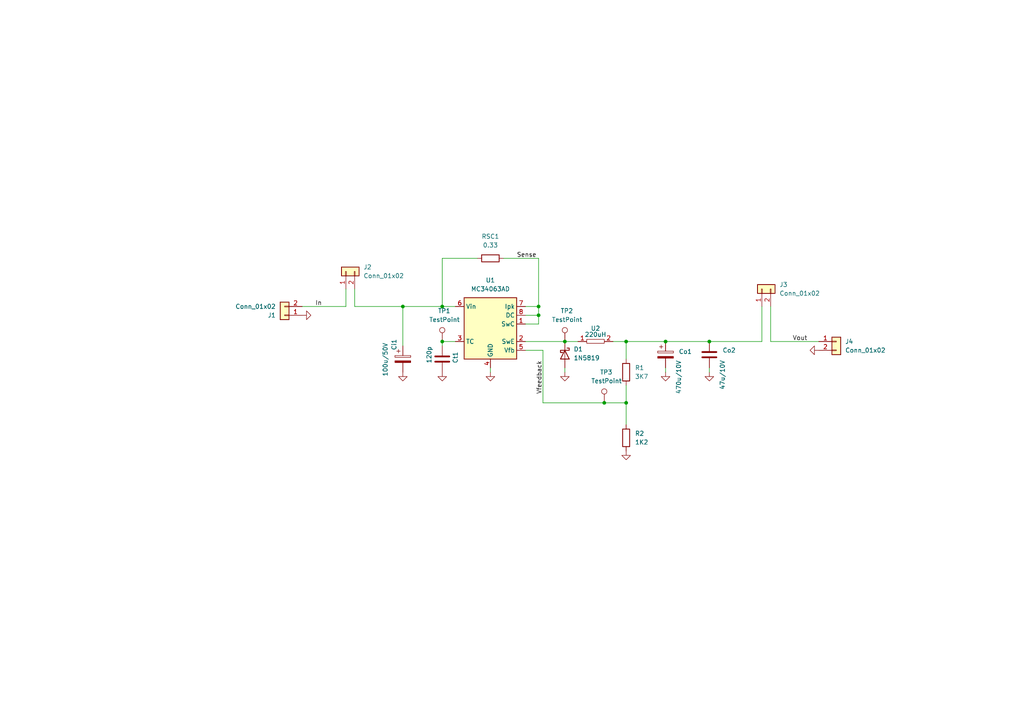
<source format=kicad_sch>
(kicad_sch (version 20211123) (generator eeschema)
  (paper "A4")
  (lib_symbols
    (symbol "Connector:TestPoint" (pin_numbers hide) (pin_names (offset 0.762) hide)
      (property "Reference" "TP" (at 0 6.858 0))
      (property "Value" "TestPoint" (at 0 5.08 0))
      (symbol "TestPoint_0_1"
        (circle (center 0 3.302) (radius 0.762))
      )
      (symbol "TestPoint_1_1"
        (pin passive line (at 0 0 90) (length 2.54) (name "1") (number "1"))
      )
    )
    (symbol "Connector_Generic:Conn_01x02" (pin_names (offset 1.016) hide)
      (property "Reference" "J" (at 0 2.54 0))
      (property "Value" "Conn_01x02" (at 0 -5.08 0))
      (symbol "Conn_01x02_1_1"
        (rectangle (start -1.27 -2.413) (end 0 -2.667) (stroke (width 0.1524)))
        (rectangle (start -1.27 0.127) (end 0 -0.127) (stroke (width 0.1524)))
        (rectangle (start -1.27 1.27) (end 1.27 -3.81) (stroke (width 0.254)) (fill (type background)))
        (pin passive line (at -5.08 0 0) (length 3.81) (name "Pin_1") (number "1"))
        (pin passive line (at -5.08 -2.54 0) (length 3.81) (name "Pin_2") (number "2"))
      )
    )
    (symbol "Device:C" (pin_numbers hide) (pin_names (offset 0.254))
      (property "Reference" "C" (at 0.635 2.54 0))
      (property "Value" "C" (at 0.635 -2.54 0))
      (symbol "C_0_1"
        (polyline (pts (xy -2.032 -0.762) (xy 2.032 -0.762)) (stroke (width 0.508)))
        (polyline (pts (xy -2.032 0.762) (xy 2.032 0.762)) (stroke (width 0.508)))
      )
      (symbol "C_1_1"
        (pin passive line (at 0 3.81 270) (length 2.794) (name "~") (number "1"))
        (pin passive line (at 0 -3.81 90) (length 2.794) (name "~") (number "2"))
      )
    )
    (symbol "Device:C_Polarized" (pin_numbers hide) (pin_names (offset 0.254))
      (property "Reference" "C" (at 0.635 2.54 0))
      (property "Value" "C_Polarized" (at 0.635 -2.54 0))
      (symbol "C_Polarized_0_1"
        (rectangle (start -2.286 0.508) (end 2.286 1.016))
        (polyline (pts (xy -1.778 2.286) (xy -0.762 2.286)))
        (polyline (pts (xy -1.27 2.794) (xy -1.27 1.778)))
        (rectangle (start 2.286 -0.508) (end -2.286 -1.016) (fill (type outline)))
      )
      (symbol "C_Polarized_1_1"
        (pin passive line (at 0 3.81 270) (length 2.794) (name "~") (number "1"))
        (pin passive line (at 0 -3.81 90) (length 2.794) (name "~") (number "2"))
      )
    )
    (symbol "Device:R" (pin_numbers hide) (pin_names (offset 0))
      (property "Reference" "R" (at 2.032 0 90))
      (property "Value" "R" (at 0 0 90))
      (symbol "R_0_1"
        (rectangle (start -1.016 -2.54) (end 1.016 2.54) (stroke (width 0.254)))
      )
      (symbol "R_1_1"
        (pin passive line (at 0 3.81 270) (length 1.27) (name "~") (number "1"))
        (pin passive line (at 0 -3.81 90) (length 1.27) (name "~") (number "2"))
      )
    )
    (symbol "Diode:1N5819" (pin_numbers hide) (pin_names (offset 1.016) hide)
      (property "Reference" "D" (at 0 2.54 0))
      (property "Value" "1N5819" (at 0 -2.54 0))
      (symbol "1N5819_0_1"
        (polyline (pts (xy 1.27 0) (xy -1.27 0)))
        (polyline (pts (xy 1.27 1.27) (xy 1.27 -1.27) (xy -1.27 0) (xy 1.27 1.27)) (stroke (width 0.254)))
        (polyline (pts (xy -1.905 0.635) (xy -1.905 1.27) (xy -1.27 1.27) (xy -1.27 -1.27) (xy -0.635 -1.27) (xy -0.635 -0.635)) (stroke (width 0.254)))
      )
      (symbol "1N5819_1_1"
        (pin passive line (at -3.81 0 0) (length 2.54) (name "K") (number "1"))
        (pin passive line (at 3.81 0 180) (length 2.54) (name "A") (number "2"))
      )
    )
    (symbol "Regulator_Switching:MC34063AD"
      (property "Reference" "U" (at -7.62 8.89 0))
      (property "Value" "MC34063AD" (at 0 8.89 0))
      (symbol "MC34063AD_0_1"
        (rectangle (start -7.62 7.62) (end 7.62 -10.16) (stroke (width 0.254)) (fill (type background)))
      )
      (symbol "MC34063AD_1_1"
        (pin open_collector line (at 10.16 0 180) (length 2.54) (name "SwC") (number "1"))
        (pin open_emitter line (at 10.16 -5.08 180) (length 2.54) (name "SwE") (number "2"))
        (pin passive line (at -10.16 -5.08 0) (length 2.54) (name "TC") (number "3"))
        (pin power_in line (at 0 -12.7 90) (length 2.54) (name "GND") (number "4"))
        (pin input line (at 10.16 -7.62 180) (length 2.54) (name "Vfb") (number "5"))
        (pin power_in line (at -10.16 5.08 0) (length 2.54) (name "Vin") (number "6"))
        (pin input line (at 10.16 5.08 180) (length 2.54) (name "Ipk") (number "7"))
        (pin open_collector line (at 10.16 2.54 180) (length 2.54) (name "DC") (number "8"))
      )
    )
    (symbol "mc34063-power-inductor:mc34063-power-inductor"
      (property "Reference" "U" (at 0 3.81 0))
      (symbol "mc34063-power-inductor_0_1"
        (rectangle (start -2.54 0.635) (end 2.54 -0.508))
      )
      (symbol "mc34063-power-inductor_1_1"
        (pin passive line (at -5.08 0 0) (length 2.54) (name "") (number "1"))
        (pin passive line (at 5.08 0 180) (length 2.54) (name "") (number "2"))
      )
    )
    (symbol "power:GND" (power) (pin_names (offset 0))
      (property "Value" "GND" (at 0 -3.81 0))
      (symbol "GND_0_1"
        (polyline (pts (xy 0 0) (xy 0 -1.27) (xy 1.27 -1.27) (xy 0 -2.54) (xy -1.27 -1.27) (xy 0 -1.27)))
      )
      (symbol "GND_1_1"
        (pin power_in line (at 0 0 270) (length 0) hide (name "GND") (number "1"))
      )
    )
  )
  (junction (at 205.74 99.06))
  (junction (at 163.83 99.06))
  (junction (at 116.84 88.9))
  (junction (at 128.27 88.9))
  (junction (at 128.27 99.06))
  (junction (at 181.61 116.84))
  (junction (at 156.21 88.9))
  (junction (at 156.21 91.44))
  (junction (at 193.04 99.06))
  (junction (at 181.61 99.06))
  (junction (at 175.26 116.84))
  (wire (pts (xy 181.61 116.84) (xy 181.61 123.19)))
  (wire (pts (xy 181.61 99.06) (xy 181.61 104.14)))
  (wire (pts (xy 163.83 106.68) (xy 163.83 107.95)))
  (wire (pts (xy 223.52 88.9) (xy 223.52 99.06)))
  (wire (pts (xy 128.27 99.06) (xy 128.27 100.33)))
  (wire (pts (xy 193.04 99.06) (xy 205.74 99.06)))
  (wire (pts (xy 128.27 74.93) (xy 128.27 88.9)))
  (wire (pts (xy 142.24 107.95) (xy 142.24 106.68)))
  (wire (pts (xy 102.87 88.9) (xy 116.84 88.9)))
  (wire (pts (xy 152.4 99.06) (xy 163.83 99.06)))
  (wire (pts (xy 157.48 101.6) (xy 152.4 101.6)))
  (wire (pts (xy 138.43 74.93) (xy 128.27 74.93)))
  (wire (pts (xy 220.98 88.9) (xy 220.98 99.06)))
  (wire (pts (xy 175.26 116.84) (xy 181.61 116.84)))
  (wire (pts (xy 156.21 74.93) (xy 156.21 88.9)))
  (wire (pts (xy 156.21 93.98) (xy 156.21 91.44)))
  (wire (pts (xy 100.33 88.9) (xy 100.33 83.82)))
  (wire (pts (xy 157.48 116.84) (xy 175.26 116.84)))
  (wire (pts (xy 146.05 74.93) (xy 156.21 74.93)))
  (wire (pts (xy 177.8 99.06) (xy 181.61 99.06)))
  (wire (pts (xy 152.4 88.9) (xy 156.21 88.9)))
  (wire (pts (xy 152.4 93.98) (xy 156.21 93.98)))
  (wire (pts (xy 116.84 88.9) (xy 128.27 88.9)))
  (wire (pts (xy 163.83 99.06) (xy 167.64 99.06)))
  (wire (pts (xy 87.63 88.9) (xy 100.33 88.9)))
  (wire (pts (xy 181.61 99.06) (xy 193.04 99.06)))
  (wire (pts (xy 102.87 83.82) (xy 102.87 88.9)))
  (wire (pts (xy 116.84 88.9) (xy 116.84 100.33)))
  (wire (pts (xy 181.61 111.76) (xy 181.61 116.84)))
  (wire (pts (xy 223.52 99.06) (xy 237.49 99.06)))
  (wire (pts (xy 152.4 91.44) (xy 156.21 91.44)))
  (wire (pts (xy 193.04 106.68) (xy 193.04 107.95)))
  (wire (pts (xy 132.08 99.06) (xy 128.27 99.06)))
  (wire (pts (xy 157.48 116.84) (xy 157.48 101.6)))
  (wire (pts (xy 205.74 106.68) (xy 205.74 107.95)))
  (wire (pts (xy 156.21 88.9) (xy 156.21 91.44)))
  (wire (pts (xy 128.27 88.9) (xy 132.08 88.9)))
  (wire (pts (xy 205.74 99.06) (xy 220.98 99.06)))
  (label "Vfeedback" (at 157.48 114.3 90))
  (label "In" (at 91.44 88.9 0))
  (label "Vout" (at 229.87 99.06 0))
  (label "Sense" (at 149.86 74.93 0))
  (symbol (lib_id "Connector:TestPoint") (at 128.27 99.06 0) (unit 1)
    (property "Reference" "TP1" (at 127 90.17 0) (effects (justify left)))
    (property "Value" "TestPoint" (at 124.46 92.71 0) (effects (justify left)))
    (property "Footprint" "TestPoint:TestPoint" (effects hide))
  )
  (symbol (lib_id "power:GND") (at 163.83 107.95 0) (unit 1)
    (property "Reference" "#PWR05" (effects hide))
    (property "Value" "GND" (effects hide))
  )
  (symbol (lib_id "power:GND") (at 128.27 107.95 0) (unit 1)
    (property "Reference" "#PWR03" (effects hide))
    (property "Value" "GND" (effects hide))
  )
  (symbol (lib_id "Connector_Generic:Conn_01x02") (at 220.98 83.82 90) (unit 1)
    (property "Reference" "J3" (at 226.06 82.5499 90) (effects (justify right)))
    (property "Value" "Conn_01x02" (at 226.06 85.0899 90) (effects (justify right)))
    (property "Footprint" "TerminalBlock:TerminalBlock_bornier-2_P5.08mm" (effects hide))
  )
  (symbol (lib_id "Device:R") (at 142.24 74.93 90) (unit 1)
    (property "Reference" "RSC1" (at 142.24 68.58 90))
    (property "Value" "0.33" (at 142.24 71.12 90))
    (property "Footprint" "Resistor_SMD:R_0805_2012Metric_Pad1.20x1.40mm_HandSolder" (effects hide))
  )
  (symbol (lib_id "power:GND") (at 205.74 107.95 0) (unit 1)
    (property "Reference" "#PWR08" (effects hide))
    (property "Value" "GND" (effects hide))
  )
  (symbol (lib_id "Connector_Generic:Conn_01x02") (at 82.55 91.44 180) (unit 1)
    (property "Reference" "J1" (at 80.01 91.4401 0) (effects (justify left)))
    (property "Value" "Conn_01x02" (at 80.01 88.9001 0) (effects (justify left)))
    (property "Footprint" "TerminalBlock:TerminalBlock_bornier-2_P5.08mm" (effects hide))
  )
  (symbol (lib_id "power:GND") (at 116.84 107.95 0) (unit 1)
    (property "Reference" "#PWR02" (effects hide))
    (property "Value" "GND" (effects hide))
  )
  (symbol (lib_id "Device:C") (at 128.27 104.14 0) (unit 1)
    (property "Reference" "Ct1" (at 132.08 105.41 90) (effects (justify left)))
    (property "Value" "120p" (at 124.46 105.41 90) (effects (justify left)))
    (property "Footprint" "Capacitor_SMD:C_0805_2012Metric_Pad1.18x1.45mm_HandSolder" (effects hide))
  )
  (symbol (lib_id "Connector_Generic:Conn_01x02") (at 100.33 78.74 90) (unit 1)
    (property "Reference" "J2" (at 105.41 77.4699 90) (effects (justify right)))
    (property "Value" "Conn_01x02" (at 105.41 80.0099 90) (effects (justify right)))
    (property "Footprint" "TerminalBlock:TerminalBlock_bornier-2_P5.08mm" (effects hide))
  )
  (symbol (lib_id "power:GND") (at 193.04 107.95 0) (unit 1)
    (property "Reference" "#PWR07" (effects hide))
    (property "Value" "GND" (effects hide))
  )
  (symbol (lib_id "Connector:TestPoint") (at 175.26 116.84 0) (unit 1)
    (property "Reference" "TP3" (at 173.99 107.95 0) (effects (justify left)))
    (property "Value" "TestPoint" (at 171.45 110.49 0) (effects (justify left)))
    (property "Footprint" "TestPoint:TestPoint" (effects hide))
  )
  (symbol (lib_id "power:GND") (at 181.61 130.81 0) (unit 1)
    (property "Reference" "#PWR06" (effects hide))
    (property "Value" "GND" (effects hide))
  )
  (symbol (lib_id "Device:R") (at 181.61 127 0) (unit 1)
    (property "Reference" "R2" (at 184.15 125.7299 0) (effects (justify left)))
    (property "Value" "1K2" (at 184.15 128.2699 0) (effects (justify left)))
    (property "Footprint" "Resistor_SMD:R_0805_2012Metric_Pad1.20x1.40mm_HandSolder" (effects hide))
  )
  (symbol (lib_id "Connector:TestPoint") (at 163.83 99.06 0) (unit 1)
    (property "Reference" "TP2" (at 162.56 90.17 0) (effects (justify left)))
    (property "Value" "TestPoint" (at 160.02 92.71 0) (effects (justify left)))
    (property "Footprint" "TestPoint:TestPoint" (effects hide))
  )
  (symbol (lib_id "Diode:1N5819") (at 163.83 102.87 270) (unit 1)
    (property "Reference" "D1" (at 166.37 101.2824 90) (effects (justify left)))
    (property "Value" "1N5819" (at 166.37 103.8224 90) (effects (justify left)))
    (property "Footprint" "Diode_SMD:D_SOD-123" (effects hide))
    (property "Datasheet" "http://www.vishay.com/docs/88525/1n5817.pdf" (effects hide))
  )
  (symbol (lib_id "Device:C_Polarized") (at 193.04 102.87 0) (unit 1)
    (property "Reference" "Co1" (at 196.85 101.9809 0) (effects (justify left)))
    (property "Value" "470u/10V" (at 196.85 114.3 90) (effects (justify left)))
    (property "Footprint" "Capacitor_SMD:CP_Elec_6.3x7.7" (effects hide))
  )
  (symbol (lib_id "power:GND") (at 237.49 101.6 270) (unit 1)
    (property "Reference" "#PWR09" (effects hide))
    (property "Value" "GND" (effects hide))
  )
  (symbol (lib_id "Connector_Generic:Conn_01x02") (at 242.57 99.06 0) (unit 1)
    (property "Reference" "J4" (at 245.11 99.0599 0) (effects (justify left)))
    (property "Value" "Conn_01x02" (at 245.11 101.5999 0) (effects (justify left)))
    (property "Footprint" "TerminalBlock:TerminalBlock_bornier-2_P5.08mm" (effects hide))
  )
  (symbol (lib_id "Device:C") (at 205.74 102.87 0) (unit 1)
    (property "Reference" "Co2" (at 209.55 101.5999 0) (effects (justify left)))
    (property "Value" "47u/10V" (at 209.55 113.03 90) (effects (justify left)))
    (property "Footprint" "Capacitor_SMD:C_1206_3216Metric_Pad1.33x1.80mm_HandSolder" (effects hide))
  )
  (symbol (lib_id "Regulator_Switching:MC34063AD") (at 142.24 93.98 0) (unit 1)
    (property "Reference" "U1" (at 142.24 81.28 0))
    (property "Value" "MC34063AD" (at 142.24 83.82 0))
    (property "Footprint" "Package_SO:SOIC-8_3.9x4.9mm_P1.27mm" (effects hide))
    (property "Datasheet" "http://www.onsemi.com/pub_link/Collateral/MC34063A-D.PDF" (effects hide))
  )
  (symbol (lib_id "mc34063-power-inductor:mc34063-power-inductor") (at 172.72 99.06 0) (unit 1)
    (property "Reference" "U2" (at 172.72 95.25 0))
    (property "Value" "220uH" (at 172.72 97.028 0))
    (property "Footprint" "mc34063-power-inductor:mc34063-power-inductor" (effects hide))
  )
  (symbol (lib_id "power:GND") (at 142.24 107.95 0) (unit 1)
    (property "Reference" "#PWR04" (effects hide))
    (property "Value" "GND" (effects hide))
  )
  (symbol (lib_id "power:GND") (at 87.63 91.44 90) (unit 1)
    (property "Reference" "#PWR01" (effects hide))
    (property "Value" "GND" (effects hide))
  )
  (symbol (lib_id "Device:C_Polarized") (at 116.84 104.14 0) (unit 1)
    (property "Reference" "Ci1" (at 114.3 101.6 90) (effects (justify left)))
    (property "Value" "100u/50V" (at 111.76 109.22 90) (effects (justify left)))
    (property "Footprint" "Capacitor_SMD:CP_Elec_6.3x7.7" (effects hide))
  )
  (symbol (lib_id "Device:R") (at 181.61 107.95 0) (unit 1)
    (property "Reference" "R1" (at 184.15 106.6799 0) (effects (justify left)))
    (property "Value" "3K7" (at 184.15 109.2199 0) (effects (justify left)))
    (property "Footprint" "Resistor_SMD:R_0805_2012Metric_Pad1.20x1.40mm_HandSolder" (effects hide))
  )
)
</source>
